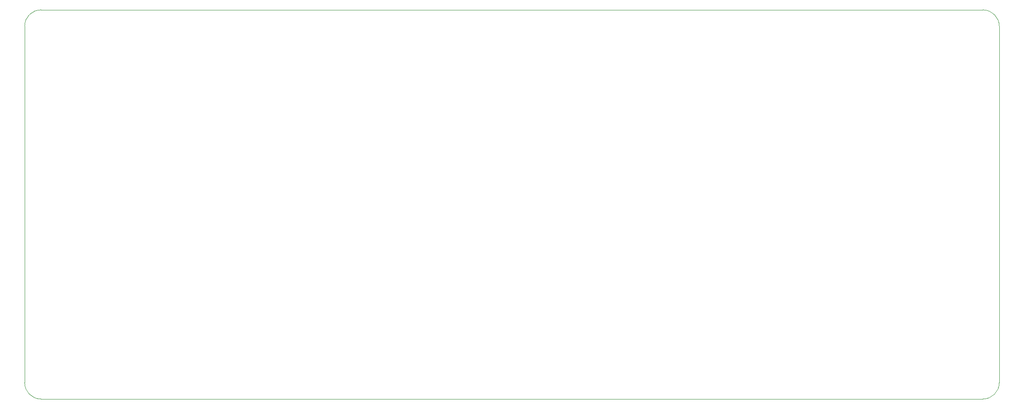
<source format=gbr>
%TF.GenerationSoftware,KiCad,Pcbnew,(5.99.0-9795-gc3c3649211)*%
%TF.CreationDate,2021-06-10T22:06:10-05:00*%
%TF.ProjectId,free10u,66726565-3130-4752-9e6b-696361645f70,rev?*%
%TF.SameCoordinates,Original*%
%TF.FileFunction,Profile,NP*%
%FSLAX46Y46*%
G04 Gerber Fmt 4.6, Leading zero omitted, Abs format (unit mm)*
G04 Created by KiCad (PCBNEW (5.99.0-9795-gc3c3649211)) date 2021-06-10 22:06:10*
%MOMM*%
%LPD*%
G01*
G04 APERTURE LIST*
%TA.AperFunction,Profile*%
%ADD10C,0.100000*%
%TD*%
G04 APERTURE END LIST*
D10*
X20637500Y-59531250D02*
G75*
G03*
X17462500Y-62706250I0J-3175000D01*
G01*
X207962500Y-62706250D02*
G75*
G03*
X204787500Y-59531250I-3175000J0D01*
G01*
X204787500Y-135731250D02*
G75*
G03*
X207962500Y-132556250I0J3175000D01*
G01*
X17462500Y-132556250D02*
G75*
G03*
X20637500Y-135731250I3175000J0D01*
G01*
X204787500Y-59531250D02*
X20637500Y-59531250D01*
X207962500Y-132556250D02*
X207962500Y-62706250D01*
X20637500Y-135731250D02*
X204787500Y-135731250D01*
X17462500Y-62706250D02*
X17462500Y-132556250D01*
M02*

</source>
